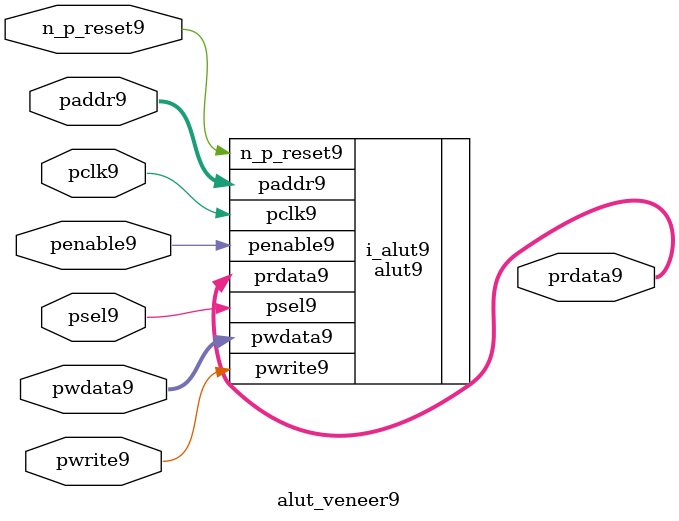
<source format=v>
module alut_veneer9
(   
   // Inputs9
   pclk9,
   n_p_reset9,
   psel9,            
   penable9,       
   pwrite9,         
   paddr9,           
   pwdata9,          

   // Outputs9
   prdata9  
);

   // APB9 Inputs9
   input             pclk9;               // APB9 clock9                          
   input             n_p_reset9;          // Reset9                              
   input             psel9;               // Module9 select9 signal9               
   input             penable9;            // Enable9 signal9                      
   input             pwrite9;             // Write when HIGH9 and read when LOW9  
   input [6:0]       paddr9;              // Address bus for read write         
   input [31:0]      pwdata9;             // APB9 write bus                      

   output [31:0]     prdata9;             // APB9 read bus                       


//-----------------------------------------------------------------------
//##############################################################################
// if the ALUT9 is NOT9 black9 boxed9 
//##############################################################################
`ifndef FV_KIT_BLACK_BOX_LUT9 


alut9 i_alut9 (
        //inputs9
        . n_p_reset9(n_p_reset9),
        . pclk9(pclk9),
        . psel9(psel9),
        . penable9(penable9),
        . pwrite9(pwrite9),
        . paddr9(paddr9[6:0]),
        . pwdata9(pwdata9),

        //outputs9
        . prdata9(prdata9)
);


`else 
//##############################################################################
// if the <module> is black9 boxed9 
//##############################################################################

   // APB9 Inputs9
   wire              pclk9;               // APB9 clock9                          
   wire              n_p_reset9;          // Reset9                              
   wire              psel9;               // Module9 select9 signal9               
   wire              penable9;            // Enable9 signal9                      
   wire              pwrite9;             // Write when HIGH9 and read when LOW9  
   wire  [6:0]       paddr9;              // Address bus for read write         
   wire  [31:0]      pwdata9;             // APB9 write bus                      

   reg   [31:0]      prdata9;             // APB9 read bus                       


`endif

endmodule

</source>
